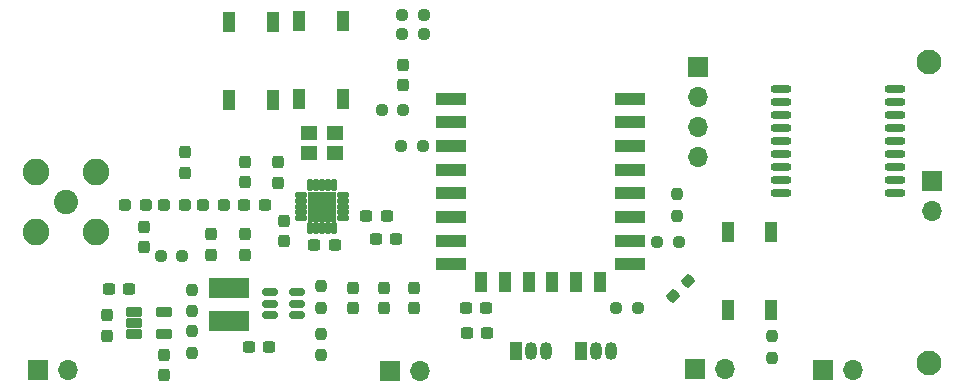
<source format=gbr>
%TF.GenerationSoftware,KiCad,Pcbnew,8.0.6-1.fc40*%
%TF.CreationDate,2024-11-24T11:50:18-05:00*%
%TF.ProjectId,OS-41,4f532d34-312e-46b6-9963-61645f706362,rev?*%
%TF.SameCoordinates,Original*%
%TF.FileFunction,Soldermask,Top*%
%TF.FilePolarity,Negative*%
%FSLAX46Y46*%
G04 Gerber Fmt 4.6, Leading zero omitted, Abs format (unit mm)*
G04 Created by KiCad (PCBNEW 8.0.6-1.fc40) date 2024-11-24 11:50:18*
%MOMM*%
%LPD*%
G01*
G04 APERTURE LIST*
G04 Aperture macros list*
%AMRoundRect*
0 Rectangle with rounded corners*
0 $1 Rounding radius*
0 $2 $3 $4 $5 $6 $7 $8 $9 X,Y pos of 4 corners*
0 Add a 4 corners polygon primitive as box body*
4,1,4,$2,$3,$4,$5,$6,$7,$8,$9,$2,$3,0*
0 Add four circle primitives for the rounded corners*
1,1,$1+$1,$2,$3*
1,1,$1+$1,$4,$5*
1,1,$1+$1,$6,$7*
1,1,$1+$1,$8,$9*
0 Add four rect primitives between the rounded corners*
20,1,$1+$1,$2,$3,$4,$5,0*
20,1,$1+$1,$4,$5,$6,$7,0*
20,1,$1+$1,$6,$7,$8,$9,0*
20,1,$1+$1,$8,$9,$2,$3,0*%
G04 Aperture macros list end*
%ADD10RoundRect,0.237500X-0.250000X-0.237500X0.250000X-0.237500X0.250000X0.237500X-0.250000X0.237500X0*%
%ADD11C,2.050000*%
%ADD12C,2.250000*%
%ADD13R,2.500000X1.000000*%
%ADD14R,1.000000X1.800000*%
%ADD15R,1.700000X1.700000*%
%ADD16O,1.700000X1.700000*%
%ADD17R,1.000000X1.700000*%
%ADD18O,1.770000X0.700000*%
%ADD19RoundRect,0.237500X0.300000X0.237500X-0.300000X0.237500X-0.300000X-0.237500X0.300000X-0.237500X0*%
%ADD20RoundRect,0.237500X-0.008839X-0.344715X0.344715X0.008839X0.008839X0.344715X-0.344715X-0.008839X0*%
%ADD21RoundRect,0.237500X-0.300000X-0.237500X0.300000X-0.237500X0.300000X0.237500X-0.300000X0.237500X0*%
%ADD22C,2.100000*%
%ADD23RoundRect,0.237500X0.237500X-0.300000X0.237500X0.300000X-0.237500X0.300000X-0.237500X-0.300000X0*%
%ADD24RoundRect,0.198500X-0.508500X-0.198500X0.508500X-0.198500X0.508500X0.198500X-0.508500X0.198500X0*%
%ADD25R,1.050000X1.500000*%
%ADD26O,1.050000X1.500000*%
%ADD27RoundRect,0.237500X0.237500X-0.287500X0.237500X0.287500X-0.237500X0.287500X-0.237500X-0.287500X0*%
%ADD28RoundRect,0.237500X-0.237500X0.250000X-0.237500X-0.250000X0.237500X-0.250000X0.237500X0.250000X0*%
%ADD29RoundRect,0.237500X-0.237500X0.300000X-0.237500X-0.300000X0.237500X-0.300000X0.237500X0.300000X0*%
%ADD30RoundRect,0.237500X0.250000X0.237500X-0.250000X0.237500X-0.250000X-0.237500X0.250000X-0.237500X0*%
%ADD31RoundRect,0.102000X-0.380000X-0.140000X0.380000X-0.140000X0.380000X0.140000X-0.380000X0.140000X0*%
%ADD32RoundRect,0.102000X-0.140000X-0.380000X0.140000X-0.380000X0.140000X0.380000X-0.140000X0.380000X0*%
%ADD33RoundRect,0.102000X-1.125000X-1.150000X1.125000X-1.150000X1.125000X1.150000X-1.125000X1.150000X0*%
%ADD34RoundRect,0.237500X0.237500X-0.250000X0.237500X0.250000X-0.237500X0.250000X-0.237500X-0.250000X0*%
%ADD35RoundRect,0.237500X0.287500X0.237500X-0.287500X0.237500X-0.287500X-0.237500X0.287500X-0.237500X0*%
%ADD36R,3.500000X1.750000*%
%ADD37R,1.400000X1.200000*%
%ADD38RoundRect,0.150000X-0.512500X-0.150000X0.512500X-0.150000X0.512500X0.150000X-0.512500X0.150000X0*%
G04 APERTURE END LIST*
D10*
%TO.C,R7*%
X134887500Y-91500000D03*
X136712500Y-91500000D03*
%TD*%
D11*
%TO.C,J1*%
X106460000Y-107360000D03*
D12*
X103920000Y-104820000D03*
X103920000Y-109900000D03*
X109000000Y-104820000D03*
X109000000Y-109900000D03*
%TD*%
D13*
%TO.C,U1*%
X139012500Y-98612500D03*
X139012500Y-100612500D03*
X139012500Y-102612500D03*
X139012500Y-104612500D03*
X139012500Y-106612500D03*
X139012500Y-108612500D03*
X139012500Y-110612500D03*
X139012500Y-112612500D03*
D14*
X141612500Y-114112500D03*
X143612500Y-114112500D03*
X145612500Y-114112500D03*
X147612500Y-114112500D03*
X149612500Y-114112500D03*
X151612500Y-114112500D03*
D13*
X154212500Y-112612500D03*
X154212500Y-110612500D03*
X154212500Y-108612500D03*
X154212500Y-106612500D03*
X154212500Y-104612500D03*
X154212500Y-102612500D03*
X154212500Y-100612500D03*
X154212500Y-98612500D03*
%TD*%
D15*
%TO.C,J5*%
X159712500Y-121512500D03*
D16*
X162252500Y-121512500D03*
%TD*%
D17*
%TO.C,SW3*%
X166162500Y-109912500D03*
X166162500Y-116512500D03*
X162462500Y-109912500D03*
X162462500Y-116512500D03*
%TD*%
%TO.C,SW2*%
X129862500Y-92012500D03*
X129862500Y-98612500D03*
X126162500Y-92012500D03*
X126162500Y-98612500D03*
%TD*%
D18*
%TO.C,U2*%
X166992500Y-97812500D03*
X166992500Y-98912500D03*
X166992499Y-100012500D03*
X166992500Y-101112500D03*
X166992499Y-102212500D03*
X166992500Y-103312500D03*
X166992499Y-104412500D03*
X166992500Y-105512500D03*
X166992500Y-106612500D03*
X176612500Y-106612500D03*
X176612500Y-105512500D03*
X176612501Y-104412500D03*
X176612500Y-103312500D03*
X176612501Y-102212500D03*
X176612500Y-101112500D03*
X176612501Y-100012500D03*
X176612500Y-98912500D03*
X176612500Y-97812500D03*
%TD*%
D19*
%TO.C,C4*%
X129175001Y-111012500D03*
X127449999Y-111012500D03*
%TD*%
D20*
%TO.C,R12*%
X157809530Y-115290470D03*
X159100000Y-114000000D03*
%TD*%
D21*
%TO.C,C18*%
X110037500Y-114700000D03*
X111762500Y-114700000D03*
%TD*%
D15*
%TO.C,J4*%
X133850000Y-121675000D03*
D16*
X136390000Y-121675000D03*
%TD*%
D22*
%TO.C,REF\u002A\u002A*%
X179500000Y-95500000D03*
%TD*%
D15*
%TO.C,J2*%
X179737500Y-105562500D03*
D16*
X179737500Y-108102500D03*
%TD*%
D23*
%TO.C,C5*%
X124412500Y-105712500D03*
X124412500Y-103987498D03*
%TD*%
D19*
%TO.C,C9*%
X123262501Y-107600000D03*
X121537499Y-107600000D03*
%TD*%
D24*
%TO.C,U6*%
X112230000Y-116630000D03*
X112230000Y-117580000D03*
X112230000Y-118530000D03*
X114740000Y-118530000D03*
X114740000Y-116630000D03*
%TD*%
D25*
%TO.C,U3*%
X144530000Y-119960000D03*
D26*
X145800000Y-119960000D03*
X147070000Y-119960000D03*
%TD*%
D23*
%TO.C,C3*%
X135012500Y-97475001D03*
X135012500Y-95749999D03*
%TD*%
D22*
%TO.C,REF\u002A\u002A*%
X179500000Y-121000000D03*
%TD*%
D10*
%TO.C,R3*%
X134800000Y-102600000D03*
X136625000Y-102600000D03*
%TD*%
D27*
%TO.C,L1*%
X124900000Y-110674999D03*
X124900000Y-108925001D03*
%TD*%
D28*
%TO.C,R14*%
X117100000Y-114787500D03*
X117100000Y-116612500D03*
%TD*%
D29*
%TO.C,C17*%
X114740000Y-120300000D03*
X114740000Y-122025002D03*
%TD*%
D30*
%TO.C,R2*%
X158312500Y-110700000D03*
X156487500Y-110700000D03*
%TD*%
D21*
%TO.C,C7*%
X132687500Y-110512500D03*
X134412500Y-110512500D03*
%TD*%
D29*
%TO.C,C16*%
X135900000Y-114637499D03*
X135900000Y-116362501D03*
%TD*%
D31*
%TO.C,IC1*%
X126332500Y-106732500D03*
X126332500Y-107232500D03*
X126332500Y-107732500D03*
X126332500Y-108232500D03*
X126332500Y-108732500D03*
D32*
X127112500Y-109512500D03*
X127612500Y-109512500D03*
X128112500Y-109512500D03*
X128612500Y-109512500D03*
X129112500Y-109512500D03*
D31*
X129892500Y-108732500D03*
X129892500Y-108232500D03*
X129892500Y-107732500D03*
X129892500Y-107232500D03*
X129892500Y-106732500D03*
D32*
X129112500Y-105952500D03*
X128612500Y-105952500D03*
X128112500Y-105952500D03*
X127612500Y-105952500D03*
X127112500Y-105952500D03*
D33*
X128112500Y-107732500D03*
%TD*%
D21*
%TO.C,C1*%
X140312500Y-116312500D03*
X142037500Y-116312500D03*
%TD*%
D30*
%TO.C,R5*%
X154825000Y-116300000D03*
X153000000Y-116300000D03*
%TD*%
D34*
%TO.C,R6*%
X166200000Y-120525000D03*
X166200000Y-118700000D03*
%TD*%
D28*
%TO.C,R10*%
X128000000Y-118487500D03*
X128000000Y-120312500D03*
%TD*%
D23*
%TO.C,C6*%
X121612500Y-105675001D03*
X121612500Y-103949999D03*
%TD*%
D35*
%TO.C,L5*%
X116500000Y-107600000D03*
X114750002Y-107600000D03*
%TD*%
D29*
%TO.C,C11*%
X116500000Y-103137499D03*
X116500000Y-104862501D03*
%TD*%
D15*
%TO.C,J3*%
X159912500Y-95932500D03*
D16*
X159912500Y-98472500D03*
X159912500Y-101012500D03*
X159912500Y-103552500D03*
%TD*%
D28*
%TO.C,R9*%
X128000000Y-114487500D03*
X128000000Y-116312500D03*
%TD*%
D23*
%TO.C,C13*%
X113000000Y-111162501D03*
X113000000Y-109437499D03*
%TD*%
D10*
%TO.C,R4*%
X133187500Y-99600000D03*
X135012500Y-99600000D03*
%TD*%
D27*
%TO.C,L7*%
X109900000Y-118674999D03*
X109900000Y-116925001D03*
%TD*%
D21*
%TO.C,C8*%
X131850000Y-108512500D03*
X133575000Y-108512500D03*
%TD*%
D36*
%TO.C,L3*%
X120200000Y-117400000D03*
X120200000Y-114660000D03*
%TD*%
D15*
%TO.C,J7*%
X104060000Y-121600000D03*
D16*
X106600000Y-121600000D03*
%TD*%
D37*
%TO.C,X1*%
X127000000Y-103200000D03*
X129200000Y-103200000D03*
X129200000Y-101500000D03*
X127000000Y-101500000D03*
%TD*%
D35*
%TO.C,L6*%
X113174999Y-107600000D03*
X111425001Y-107600000D03*
%TD*%
D34*
%TO.C,R1*%
X158200000Y-108500000D03*
X158200000Y-106675000D03*
%TD*%
D23*
%TO.C,C10*%
X118700000Y-111800000D03*
X118700000Y-110074998D03*
%TD*%
D21*
%TO.C,C12*%
X121937499Y-119600000D03*
X123662501Y-119600000D03*
%TD*%
D29*
%TO.C,C14*%
X130700000Y-114637499D03*
X130700000Y-116362501D03*
%TD*%
D35*
%TO.C,L4*%
X119800000Y-107600000D03*
X118050002Y-107600000D03*
%TD*%
D38*
%TO.C,U5*%
X123725000Y-115000000D03*
X123725000Y-115950000D03*
X123725000Y-116900000D03*
X126000000Y-116900000D03*
X126000000Y-115950000D03*
X126000000Y-115000000D03*
%TD*%
D29*
%TO.C,C15*%
X133400000Y-114637499D03*
X133400000Y-116362501D03*
%TD*%
D21*
%TO.C,C2*%
X140350000Y-118412500D03*
X142075000Y-118412500D03*
%TD*%
D25*
%TO.C,U4*%
X150060000Y-120000000D03*
D26*
X151330000Y-120000000D03*
X152600000Y-120000000D03*
%TD*%
D28*
%TO.C,R13*%
X117100000Y-118287500D03*
X117100000Y-120112500D03*
%TD*%
D15*
%TO.C,J6*%
X170500000Y-121600000D03*
D16*
X173040000Y-121600000D03*
%TD*%
D30*
%TO.C,R8*%
X136712500Y-93100000D03*
X134887500Y-93100000D03*
%TD*%
D10*
%TO.C,R11*%
X114475000Y-111900000D03*
X116300000Y-111900000D03*
%TD*%
D27*
%TO.C,L2*%
X121600000Y-111800000D03*
X121600000Y-110050002D03*
%TD*%
D17*
%TO.C,SW1*%
X123962500Y-92112500D03*
X123962500Y-98712500D03*
X120262500Y-92112500D03*
X120262500Y-98712500D03*
%TD*%
M02*

</source>
